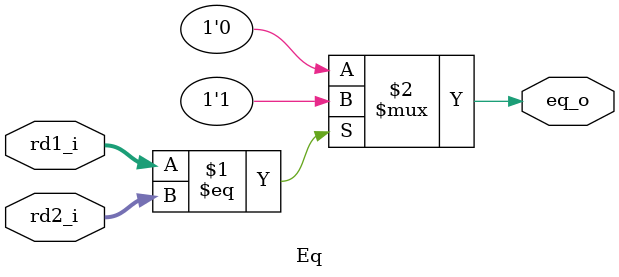
<source format=v>
module Eq
(
	rd1_i,
	rd2_i,
	eq_o
);

input	[31:0]	rd1_i;
input	[31:0]	rd2_i;
output	eq_o;

assign eq_o = (rd1_i == rd2_i) ? 1'b1 : 1'b0;

endmodule
</source>
